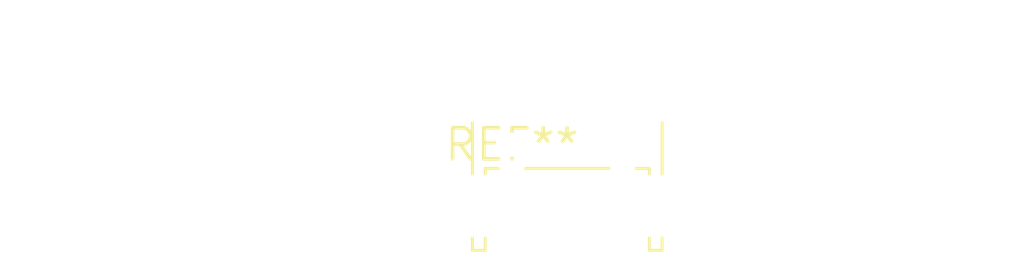
<source format=kicad_pcb>
(kicad_pcb (version 20240108) (generator pcbnew)
  (layers (0 "F.Cu" signal) (31 "B.Cu" signal) (34 "B.Paste" user) (35 "F.Paste" user) (36 "B.SilkS" user "B.Silkscreen") (37 "F.SilkS" user "F.Silkscreen") (38 "B.Mask" user) (39 "F.Mask" user) (44 "Edge.Cuts" user))
  (net 0 "")
  (footprint "SW_Tactile_SPST_Angled_PTS645Vx58-2LFS" (layer "F.Cu") (at 0 0)
    (property "Reference" "REF**")
    (property "Value" "SW_Tactile_SPST_Angled_PTS645Vx58-2LFS")
    (fp_line (start -1.61 -0.9) (end -1.61 1.2) (layer "F.SilkS") (stroke (width 0.12)))
    (fp_line (start -1.61 3.8) (end -1.61 4.31) (layer "F.SilkS") (stroke (width 0.12)))
    (fp_line (start -1.61 4.31) (end -1.09 4.31) (layer "F.SilkS") (stroke (width 0.12)))
    (fp_line (start -1.09 0.97) (end -1.09 1.2) (layer "F.SilkS") (stroke (width 0.12)))
    (fp_line (start -1.09 0.97) (end -0.55 0.97) (layer "F.SilkS") (stroke (width 0.12)))
    (fp_line (start -1.09 3.8) (end -1.09 4.31) (layer "F.SilkS") (stroke (width 0.12)))
    (fp_line (start 0.55 0.97) (end 3.95 0.97) (layer "F.SilkS") (stroke (width 0.12)))
    (fp_line (start 5.05 0.97) (end 5.59 0.97) (layer "F.SilkS") (stroke (width 0.12)))
    (fp_line (start 5.59 0.97) (end 5.59 1.2) (layer "F.SilkS") (stroke (width 0.12)))
    (fp_line (start 5.59 3.8) (end 5.59 4.31) (layer "F.SilkS") (stroke (width 0.12)))
    (fp_line (start 5.59 4.31) (end 6.11 4.31) (layer "F.SilkS") (stroke (width 0.12)))
    (fp_line (start 6.11 -0.9) (end 6.11 1.2) (layer "F.SilkS") (stroke (width 0.12)))
    (fp_line (start 6.11 3.8) (end 6.11 4.31) (layer "F.SilkS") (stroke (width 0.12)))
    (pad "" thru_hole circle (at -1.25 2.49) (size 2.1 2.1) (drill 1.3) (layers *.Cu *.Mask) (remove_unused_layers))
    (pad "" thru_hole circle (at 5.76 2.49) (size 2.1 2.1) (drill 1.3) (layers *.Cu *.Mask) (remove_unused_layers))
    (pad "1" thru_hole circle (at 0 0) (size 1.75 1.75) (drill 0.99) (layers *.Cu *.Mask) (remove_unused_layers))
    (pad "2" thru_hole circle (at 4.5 0) (size 1.75 1.75) (drill 0.99) (layers *.Cu *.Mask) (remove_unused_layers))
  )
)
</source>
